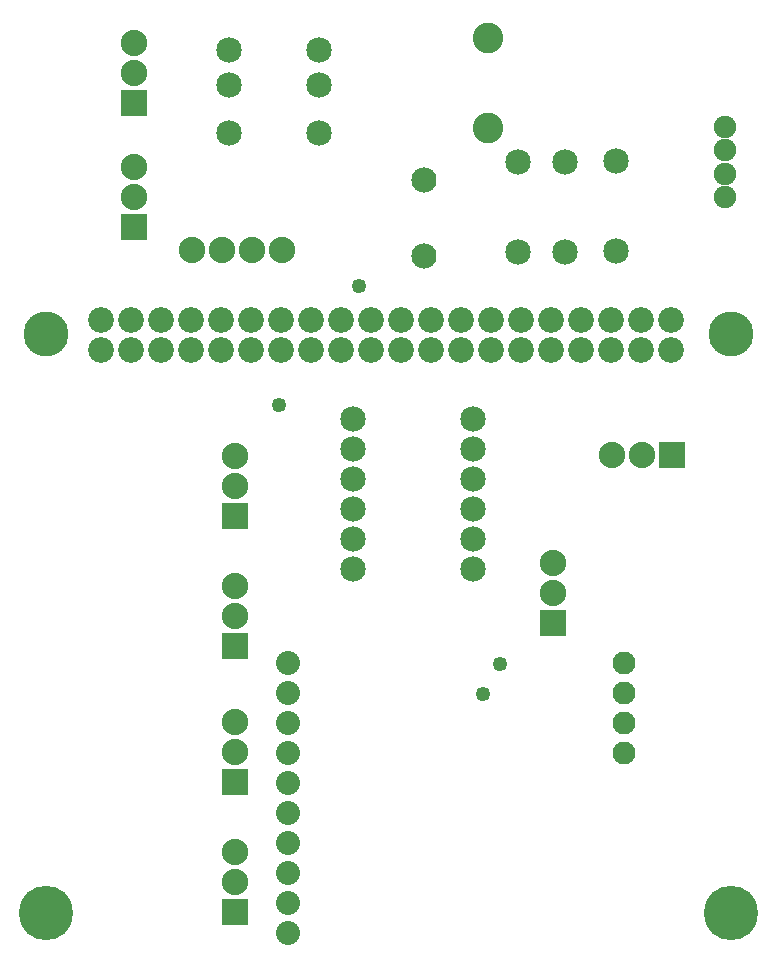
<source format=gts>
G04 MADE WITH FRITZING*
G04 WWW.FRITZING.ORG*
G04 DOUBLE SIDED*
G04 HOLES PLATED*
G04 CONTOUR ON CENTER OF CONTOUR VECTOR*
%ASAXBY*%
%FSLAX23Y23*%
%MOIN*%
%OFA0B0*%
%SFA1.0B1.0*%
%ADD10C,0.102000*%
%ADD11C,0.181260*%
%ADD12C,0.149764*%
%ADD13C,0.085361*%
%ADD14C,0.084803*%
%ADD15C,0.084000*%
%ADD16C,0.075000*%
%ADD17C,0.076111*%
%ADD18C,0.088000*%
%ADD19C,0.085000*%
%ADD20C,0.080000*%
%ADD21C,0.049370*%
%ADD22R,0.088000X0.088000*%
%ADD23C,0.030000*%
%LNMASK1*%
G90*
G70*
G54D10*
X1615Y2821D03*
X1615Y3121D03*
X1615Y2821D03*
X1615Y3121D03*
G54D11*
X139Y205D03*
G54D12*
X139Y2134D03*
X2422Y2134D03*
G54D11*
X2422Y205D03*
G54D13*
X323Y2081D03*
X423Y2081D03*
X523Y2081D03*
X623Y2081D03*
X723Y2081D03*
X823Y2081D03*
X923Y2081D03*
X1023Y2081D03*
X1123Y2081D03*
X1223Y2081D03*
X1323Y2081D03*
X1423Y2081D03*
X1523Y2081D03*
X1623Y2081D03*
X1723Y2081D03*
X1823Y2081D03*
X1923Y2081D03*
X2023Y2081D03*
X2123Y2081D03*
X2223Y2081D03*
X2223Y2181D03*
X2123Y2181D03*
X2023Y2181D03*
X1923Y2181D03*
X1823Y2181D03*
X1723Y2181D03*
X1623Y2181D03*
X1523Y2181D03*
X1423Y2181D03*
X1323Y2181D03*
X1223Y2181D03*
X1123Y2181D03*
X1023Y2181D03*
X923Y2181D03*
X823Y2181D03*
X723Y2181D03*
X623Y2181D03*
X523Y2181D03*
X423Y2181D03*
X323Y2181D03*
G54D14*
X1163Y1350D03*
X1163Y1850D03*
X1163Y1750D03*
X1163Y1650D03*
X1163Y1550D03*
X1163Y1450D03*
X1563Y1350D03*
X1563Y1850D03*
X1563Y1750D03*
X1563Y1650D03*
X1563Y1550D03*
X1563Y1450D03*
X1163Y1350D03*
X1163Y1850D03*
X1163Y1750D03*
X1163Y1650D03*
X1163Y1550D03*
X1163Y1450D03*
X1563Y1350D03*
X1563Y1850D03*
X1563Y1750D03*
X1563Y1650D03*
X1563Y1550D03*
X1563Y1450D03*
G54D15*
X1399Y2393D03*
X1399Y2649D03*
X1399Y2393D03*
X1399Y2649D03*
X1399Y2393D03*
X1399Y2649D03*
G54D16*
X2403Y2590D03*
X2403Y2669D03*
X2403Y2747D03*
X2403Y2826D03*
X2403Y2590D03*
X2403Y2669D03*
X2403Y2747D03*
X2403Y2826D03*
G54D17*
X2068Y1038D03*
X2068Y938D03*
X2068Y738D03*
X2068Y838D03*
X2068Y1038D03*
X2068Y938D03*
X2068Y738D03*
X2068Y838D03*
G54D18*
X928Y2413D03*
X828Y2413D03*
X728Y2413D03*
X628Y2413D03*
X928Y2413D03*
X828Y2413D03*
X728Y2413D03*
X628Y2413D03*
G54D19*
X749Y2964D03*
X1049Y2964D03*
X749Y2964D03*
X1049Y2964D03*
X749Y2806D03*
X1049Y2806D03*
X749Y2806D03*
X1049Y2806D03*
G54D18*
X434Y2491D03*
X434Y2591D03*
X434Y2691D03*
X434Y2491D03*
X434Y2591D03*
X434Y2691D03*
X434Y2903D03*
X434Y3003D03*
X434Y3103D03*
X434Y2903D03*
X434Y3003D03*
X434Y3103D03*
X769Y208D03*
X769Y308D03*
X769Y408D03*
X769Y208D03*
X769Y308D03*
X769Y408D03*
X769Y641D03*
X769Y741D03*
X769Y841D03*
X769Y641D03*
X769Y741D03*
X769Y841D03*
X769Y1094D03*
X769Y1194D03*
X769Y1294D03*
X769Y1094D03*
X769Y1194D03*
X769Y1294D03*
X769Y1527D03*
X769Y1627D03*
X769Y1727D03*
X769Y1527D03*
X769Y1627D03*
X769Y1727D03*
G54D20*
X946Y1038D03*
X946Y938D03*
X946Y838D03*
X946Y738D03*
X946Y638D03*
X946Y538D03*
X946Y438D03*
X946Y338D03*
X946Y238D03*
X946Y138D03*
X946Y1038D03*
X946Y938D03*
X946Y838D03*
X946Y738D03*
X946Y638D03*
X946Y538D03*
X946Y438D03*
X946Y338D03*
X946Y238D03*
X946Y138D03*
G54D21*
X916Y1898D03*
X1655Y1035D03*
X1596Y936D03*
G54D18*
X1830Y1171D03*
X1830Y1271D03*
X1830Y1371D03*
X1830Y1171D03*
X1830Y1271D03*
X1830Y1371D03*
X2226Y1730D03*
X2126Y1730D03*
X2026Y1730D03*
X2226Y1730D03*
X2126Y1730D03*
X2026Y1730D03*
G54D21*
X1182Y2295D03*
G54D19*
X2039Y2410D03*
X2039Y2710D03*
X2039Y2410D03*
X2039Y2710D03*
X1871Y2408D03*
X1871Y2708D03*
X1871Y2408D03*
X1871Y2708D03*
X1714Y2408D03*
X1714Y2708D03*
X1714Y2408D03*
X1714Y2708D03*
X1049Y3082D03*
X749Y3082D03*
X1049Y3082D03*
X749Y3082D03*
G54D22*
X434Y2491D03*
X434Y2491D03*
X434Y2903D03*
X434Y2903D03*
X769Y208D03*
X769Y208D03*
X769Y641D03*
X769Y641D03*
X769Y1094D03*
X769Y1094D03*
X769Y1527D03*
X769Y1527D03*
X1830Y1171D03*
X1830Y1171D03*
X2226Y1730D03*
X2226Y1730D03*
G54D23*
G36*
X1651Y2785D02*
X1579Y2785D01*
X1579Y2857D01*
X1651Y2857D01*
X1651Y2785D01*
G37*
D02*
G36*
X1651Y2785D02*
X1579Y2785D01*
X1579Y2857D01*
X1651Y2857D01*
X1651Y2785D01*
G37*
D02*
G04 End of Mask1*
M02*
</source>
